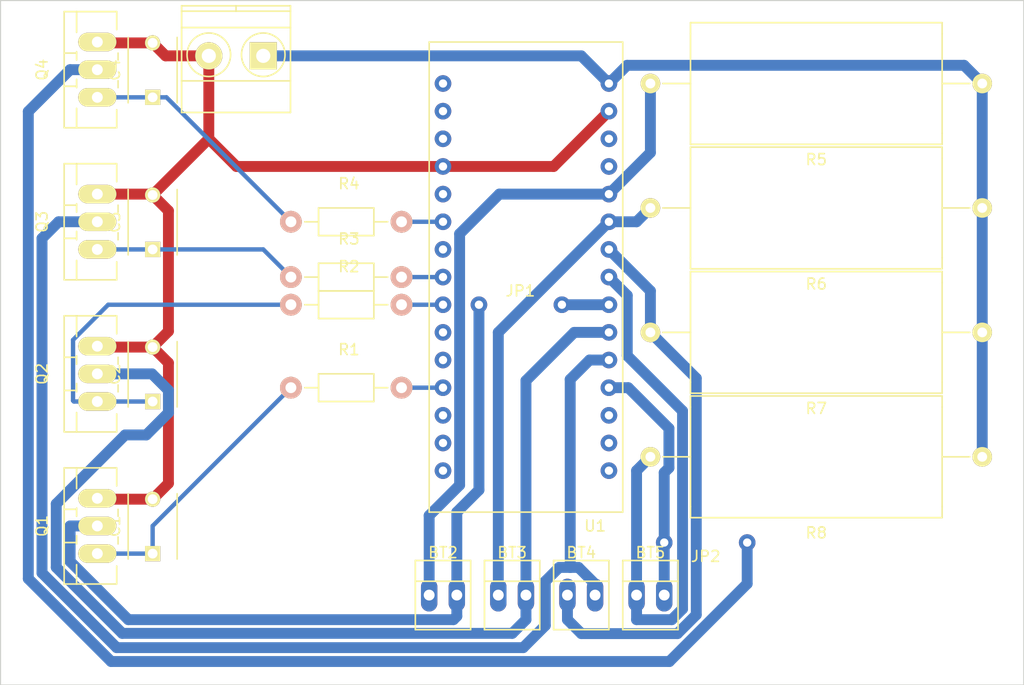
<source format=kicad_pcb>
(kicad_pcb (version 20171130) (host pcbnew "(5.1.12)-1")

  (general
    (thickness 1.6)
    (drawings 4)
    (tracks 131)
    (zones 0)
    (modules 24)
    (nets 21)
  )

  (page A4)
  (layers
    (0 F.Cu signal)
    (31 B.Cu signal)
    (32 B.Adhes user hide)
    (33 F.Adhes user hide)
    (34 B.Paste user hide)
    (35 F.Paste user hide)
    (36 B.SilkS user hide)
    (37 F.SilkS user hide)
    (38 B.Mask user hide)
    (39 F.Mask user hide)
    (40 Dwgs.User user hide)
    (41 Cmts.User user hide)
    (42 Eco1.User user hide)
    (43 Eco2.User user hide)
    (44 Edge.Cuts user)
    (45 Margin user hide)
    (46 B.CrtYd user hide)
    (47 F.CrtYd user hide)
    (48 B.Fab user hide)
    (49 F.Fab user hide)
  )

  (setup
    (last_trace_width 0.4)
    (trace_clearance 0.15)
    (zone_clearance 0.5)
    (zone_45_only no)
    (trace_min 0.4)
    (via_size 0.6)
    (via_drill 0.4)
    (via_min_size 0.4)
    (via_min_drill 0.3)
    (uvia_size 0.3)
    (uvia_drill 0.1)
    (uvias_allowed no)
    (uvia_min_size 0.2)
    (uvia_min_drill 0.1)
    (edge_width 0.1)
    (segment_width 0.2)
    (pcb_text_width 0.3)
    (pcb_text_size 1.5 1.5)
    (mod_edge_width 0.15)
    (mod_text_size 1 1)
    (mod_text_width 0.15)
    (pad_size 1.5 1.5)
    (pad_drill 0.6)
    (pad_to_mask_clearance 0)
    (aux_axis_origin 0 0)
    (visible_elements 7FFFFFFF)
    (pcbplotparams
      (layerselection 0x00030_80000001)
      (usegerberextensions false)
      (usegerberattributes true)
      (usegerberadvancedattributes true)
      (creategerberjobfile true)
      (excludeedgelayer true)
      (linewidth 0.100000)
      (plotframeref false)
      (viasonmask false)
      (mode 1)
      (useauxorigin false)
      (hpglpennumber 1)
      (hpglpenspeed 20)
      (hpglpendiameter 15.000000)
      (psnegative false)
      (psa4output false)
      (plotreference true)
      (plotvalue true)
      (plotinvisibletext false)
      (padsonsilk false)
      (subtractmaskfromsilk false)
      (outputformat 1)
      (mirror false)
      (drillshape 1)
      (scaleselection 1)
      (outputdirectory ""))
  )

  (net 0 "")
  (net 1 /GND)
  (net 2 "Net-(BT2-Pad1)")
  (net 3 "Net-(BT2-Pad2)")
  (net 4 "Net-(BT3-Pad1)")
  (net 5 "Net-(BT3-Pad2)")
  (net 6 "Net-(BT4-Pad1)")
  (net 7 "Net-(BT4-Pad2)")
  (net 8 "Net-(BT5-Pad1)")
  (net 9 "Net-(BT5-Pad2)")
  (net 10 "Net-(C1-Pad1)")
  (net 11 "Net-(C2-Pad1)")
  (net 12 "Net-(C3-Pad1)")
  (net 13 "Net-(C4-Pad1)")
  (net 14 "Net-(R1-Pad2)")
  (net 15 "Net-(R2-Pad2)")
  (net 16 "Net-(R3-Pad2)")
  (net 17 "Net-(R4-Pad2)")
  (net 18 /VIN)
  (net 19 "Net-(JP1-Pad1)")
  (net 20 "Net-(JP2-Pad2)")

  (net_class Default "This is the default net class."
    (clearance 0.15)
    (trace_width 0.4)
    (via_dia 0.6)
    (via_drill 0.4)
    (uvia_dia 0.3)
    (uvia_drill 0.1)
    (add_net "Net-(C1-Pad1)")
    (add_net "Net-(C2-Pad1)")
    (add_net "Net-(C3-Pad1)")
    (add_net "Net-(C4-Pad1)")
    (add_net "Net-(R1-Pad2)")
    (add_net "Net-(R2-Pad2)")
    (add_net "Net-(R3-Pad2)")
    (add_net "Net-(R4-Pad2)")
  )

  (net_class Power ""
    (clearance 0.25)
    (trace_width 1)
    (via_dia 0.6)
    (via_drill 0.4)
    (uvia_dia 0.3)
    (uvia_drill 0.1)
    (add_net /GND)
    (add_net /VIN)
    (add_net "Net-(BT2-Pad1)")
    (add_net "Net-(BT2-Pad2)")
    (add_net "Net-(BT3-Pad1)")
    (add_net "Net-(BT3-Pad2)")
    (add_net "Net-(BT4-Pad1)")
    (add_net "Net-(BT4-Pad2)")
    (add_net "Net-(BT5-Pad1)")
    (add_net "Net-(BT5-Pad2)")
    (add_net "Net-(JP1-Pad1)")
    (add_net "Net-(JP2-Pad2)")
  )

  (module Custom:Arduino_NANO (layer F.Cu) (tedit 57FCA286) (tstamp 57FCBC00)
    (at 140.97 120.65 90)
    (path /57FCAF88)
    (fp_text reference U1 (at -5.08 -1.27 180) (layer F.SilkS)
      (effects (font (size 1 1) (thickness 0.15)))
    )
    (fp_text value Arduino_NANO (at 40.64 -7.62 180) (layer F.Fab)
      (effects (font (size 1 1) (thickness 0.15)))
    )
    (fp_line (start -3.81 1.27) (end 39.37 1.27) (layer F.SilkS) (width 0.15))
    (fp_line (start -3.81 -16.51) (end -3.81 1.27) (layer F.SilkS) (width 0.15))
    (fp_line (start 39.37 -16.51) (end -3.81 -16.51) (layer F.SilkS) (width 0.15))
    (fp_line (start 39.37 1.27) (end 39.37 -16.51) (layer F.SilkS) (width 0.15))
    (pad 1 thru_hole circle (at 0 0 90) (size 1.524 1.524) (drill 0.762) (layers *.Cu *.Mask))
    (pad 2 thru_hole circle (at 2.54 0 90) (size 1.524 1.524) (drill 0.762) (layers *.Cu *.Mask))
    (pad 3 thru_hole circle (at 5.08 0 90) (size 1.524 1.524) (drill 0.762) (layers *.Cu *.Mask))
    (pad 4 thru_hole circle (at 7.62 0 90) (size 1.524 1.524) (drill 0.762) (layers *.Cu *.Mask)
      (net 9 "Net-(BT5-Pad2)"))
    (pad 5 thru_hole circle (at 10.16 0 90) (size 1.524 1.524) (drill 0.762) (layers *.Cu *.Mask)
      (net 7 "Net-(BT4-Pad2)"))
    (pad 6 thru_hole circle (at 12.7 0 90) (size 1.524 1.524) (drill 0.762) (layers *.Cu *.Mask)
      (net 5 "Net-(BT3-Pad2)"))
    (pad 7 thru_hole circle (at 15.24 0 90) (size 1.524 1.524) (drill 0.762) (layers *.Cu *.Mask)
      (net 19 "Net-(JP1-Pad1)"))
    (pad 8 thru_hole circle (at 17.78 0 90) (size 1.524 1.524) (drill 0.762) (layers *.Cu *.Mask)
      (net 8 "Net-(BT5-Pad1)"))
    (pad 9 thru_hole circle (at 20.32 0 90) (size 1.524 1.524) (drill 0.762) (layers *.Cu *.Mask)
      (net 6 "Net-(BT4-Pad1)"))
    (pad 10 thru_hole circle (at 22.86 0 90) (size 1.524 1.524) (drill 0.762) (layers *.Cu *.Mask)
      (net 4 "Net-(BT3-Pad1)"))
    (pad 11 thru_hole circle (at 25.4 0 90) (size 1.524 1.524) (drill 0.762) (layers *.Cu *.Mask)
      (net 2 "Net-(BT2-Pad1)"))
    (pad 12 thru_hole circle (at 27.94 0 90) (size 1.524 1.524) (drill 0.762) (layers *.Cu *.Mask))
    (pad 13 thru_hole circle (at 30.48 0 90) (size 1.524 1.524) (drill 0.762) (layers *.Cu *.Mask))
    (pad 14 thru_hole circle (at 33.02 0 90) (size 1.524 1.524) (drill 0.762) (layers *.Cu *.Mask)
      (net 1 /GND))
    (pad 15 thru_hole circle (at 35.56 0 90) (size 1.524 1.524) (drill 0.762) (layers *.Cu *.Mask)
      (net 18 /VIN))
    (pad 16 thru_hole circle (at 35.56 -15.24 90) (size 1.524 1.524) (drill 0.762) (layers *.Cu *.Mask))
    (pad 17 thru_hole circle (at 33.02 -15.24 90) (size 1.524 1.524) (drill 0.762) (layers *.Cu *.Mask))
    (pad 18 thru_hole circle (at 30.48 -15.24 90) (size 1.524 1.524) (drill 0.762) (layers *.Cu *.Mask))
    (pad 19 thru_hole circle (at 27.94 -15.24 90) (size 1.524 1.524) (drill 0.762) (layers *.Cu *.Mask)
      (net 1 /GND))
    (pad 20 thru_hole circle (at 25.4 -15.24 90) (size 1.524 1.524) (drill 0.762) (layers *.Cu *.Mask))
    (pad 21 thru_hole circle (at 22.86 -15.24 90) (size 1.524 1.524) (drill 0.762) (layers *.Cu *.Mask)
      (net 17 "Net-(R4-Pad2)"))
    (pad 22 thru_hole circle (at 20.32 -15.24 90) (size 1.524 1.524) (drill 0.762) (layers *.Cu *.Mask))
    (pad 23 thru_hole circle (at 17.78 -15.24 90) (size 1.524 1.524) (drill 0.762) (layers *.Cu *.Mask)
      (net 16 "Net-(R3-Pad2)"))
    (pad 24 thru_hole circle (at 15.24 -15.24 90) (size 1.524 1.524) (drill 0.762) (layers *.Cu *.Mask)
      (net 15 "Net-(R2-Pad2)"))
    (pad 25 thru_hole circle (at 12.7 -15.24 90) (size 1.524 1.524) (drill 0.762) (layers *.Cu *.Mask))
    (pad 26 thru_hole circle (at 10.16 -15.24 90) (size 1.524 1.524) (drill 0.762) (layers *.Cu *.Mask))
    (pad 27 thru_hole circle (at 7.62 -15.24 90) (size 1.524 1.524) (drill 0.762) (layers *.Cu *.Mask)
      (net 14 "Net-(R1-Pad2)"))
    (pad 28 thru_hole circle (at 5.08 -15.24 90) (size 1.524 1.524) (drill 0.762) (layers *.Cu *.Mask))
    (pad 29 thru_hole circle (at 2.54 -15.24 90) (size 1.524 1.524) (drill 0.762) (layers *.Cu *.Mask))
    (pad 30 thru_hole circle (at 0 -15.24 90) (size 1.524 1.524) (drill 0.762) (layers *.Cu *.Mask))
    (model Socket_Strips.3dshapes/Socket_Strip_Straight_1x15.wrl
      (offset (xyz 17.77999973297119 0 0))
      (scale (xyz 1 1 1))
      (rotate (xyz 0 0 0))
    )
    (model Socket_Strips.3dshapes/Socket_Strip_Straight_1x15.wrl
      (offset (xyz 17.77999973297119 15.23999977111816 0))
      (scale (xyz 1 1 1))
      (rotate (xyz 0 0 0))
    )
  )

  (module Connect:PINHEAD1-2 (layer F.Cu) (tedit 0) (tstamp 57FCBB76)
    (at 144.78 132.08)
    (path /57EBB8C5)
    (attr virtual)
    (fp_text reference BT5 (at 0 -3.9) (layer F.SilkS)
      (effects (font (size 1 1) (thickness 0.15)))
    )
    (fp_text value Battery (at 0 3.81) (layer F.Fab)
      (effects (font (size 1 1) (thickness 0.15)))
    )
    (fp_line (start 2.54 -3.175) (end 2.54 3.175) (layer F.SilkS) (width 0.15))
    (fp_line (start -2.54 -3.175) (end -2.54 3.175) (layer F.SilkS) (width 0.15))
    (fp_line (start -2.54 -3.175) (end 2.54 -3.175) (layer F.SilkS) (width 0.15))
    (fp_line (start 2.54 3.175) (end -2.54 3.175) (layer F.SilkS) (width 0.15))
    (fp_line (start 2.54 -1.27) (end -2.54 -1.27) (layer F.SilkS) (width 0.15))
    (pad 1 thru_hole oval (at -1.27 0) (size 1.50622 3.01498) (drill 0.99822) (layers *.Cu *.Mask)
      (net 8 "Net-(BT5-Pad1)"))
    (pad 2 thru_hole oval (at 1.27 0) (size 1.50622 3.01498) (drill 0.99822) (layers *.Cu *.Mask)
      (net 9 "Net-(BT5-Pad2)"))
  )

  (module Terminal_Blocks:TerminalBlock_Pheonix_MKDS1.5-2pol (layer F.Cu) (tedit 7FFFFFFF) (tstamp 57FCBB5E)
    (at 109.22 82.55 180)
    (descr "2-way 5mm pitch terminal block, Phoenix MKDS series")
    (path /57EBB7A9)
    (fp_text reference BT1 (at 2.5 5.9 180) (layer F.SilkS)
      (effects (font (size 1 1) (thickness 0.15)))
    )
    (fp_text value Battery (at 2.5 -6.6 180) (layer F.Fab)
      (effects (font (size 1 1) (thickness 0.15)))
    )
    (fp_circle (center 0 0.1) (end 2 0.1) (layer F.SilkS) (width 0.15))
    (fp_circle (center 5 0.1) (end 3 0.1) (layer F.SilkS) (width 0.15))
    (fp_line (start -2.5 -5.2) (end -2.5 4.6) (layer F.SilkS) (width 0.15))
    (fp_line (start 7.5 -5.2) (end -2.5 -5.2) (layer F.SilkS) (width 0.15))
    (fp_line (start 7.5 4.6) (end 7.5 -5.2) (layer F.SilkS) (width 0.15))
    (fp_line (start -2.5 4.6) (end 7.5 4.6) (layer F.SilkS) (width 0.15))
    (fp_line (start -2.5 4.1) (end 7.5 4.1) (layer F.SilkS) (width 0.15))
    (fp_line (start -2.5 -2.3) (end 7.5 -2.3) (layer F.SilkS) (width 0.15))
    (fp_line (start -2.5 2.6) (end 7.5 2.6) (layer F.SilkS) (width 0.15))
    (fp_line (start 2.5 4.1) (end 2.5 4.6) (layer F.SilkS) (width 0.15))
    (fp_line (start 7.7 -5.4) (end 7.7 4.8) (layer F.CrtYd) (width 0.05))
    (fp_line (start 7.7 4.8) (end -2.7 4.8) (layer F.CrtYd) (width 0.05))
    (fp_line (start -2.7 4.8) (end -2.7 -5.4) (layer F.CrtYd) (width 0.05))
    (fp_line (start -2.7 -5.4) (end 7.7 -5.4) (layer F.CrtYd) (width 0.05))
    (pad 1 thru_hole rect (at 0 0 180) (size 2.5 2.5) (drill 1.3) (layers *.Cu *.Mask F.SilkS)
      (net 18 /VIN))
    (pad 2 thru_hole circle (at 5 0 180) (size 2.5 2.5) (drill 1.3) (layers *.Cu *.Mask F.SilkS)
      (net 1 /GND))
    (model Terminal_Blocks.3dshapes/TerminalBlock_Pheonix_MKDS1.5-2pol.wrl
      (offset (xyz 2.499359962463379 0 0))
      (scale (xyz 1 1 1))
      (rotate (xyz 0 0 0))
    )
  )

  (module Connect:PINHEAD1-2 (layer F.Cu) (tedit 0) (tstamp 57FCBB64)
    (at 125.73 132.08)
    (path /57EBB82C)
    (attr virtual)
    (fp_text reference BT2 (at 0 -3.9) (layer F.SilkS)
      (effects (font (size 1 1) (thickness 0.15)))
    )
    (fp_text value Battery (at 0 3.81) (layer F.Fab)
      (effects (font (size 1 1) (thickness 0.15)))
    )
    (fp_line (start 2.54 -3.175) (end 2.54 3.175) (layer F.SilkS) (width 0.15))
    (fp_line (start -2.54 -3.175) (end -2.54 3.175) (layer F.SilkS) (width 0.15))
    (fp_line (start -2.54 -3.175) (end 2.54 -3.175) (layer F.SilkS) (width 0.15))
    (fp_line (start 2.54 3.175) (end -2.54 3.175) (layer F.SilkS) (width 0.15))
    (fp_line (start 2.54 -1.27) (end -2.54 -1.27) (layer F.SilkS) (width 0.15))
    (pad 1 thru_hole oval (at -1.27 0) (size 1.50622 3.01498) (drill 0.99822) (layers *.Cu *.Mask)
      (net 2 "Net-(BT2-Pad1)"))
    (pad 2 thru_hole oval (at 1.27 0) (size 1.50622 3.01498) (drill 0.99822) (layers *.Cu *.Mask)
      (net 3 "Net-(BT2-Pad2)"))
  )

  (module Connect:PINHEAD1-2 (layer F.Cu) (tedit 0) (tstamp 57FCBB6A)
    (at 132.08 132.08)
    (path /57EBB857)
    (attr virtual)
    (fp_text reference BT3 (at 0 -3.9) (layer F.SilkS)
      (effects (font (size 1 1) (thickness 0.15)))
    )
    (fp_text value Battery (at 0 3.81) (layer F.Fab)
      (effects (font (size 1 1) (thickness 0.15)))
    )
    (fp_line (start 2.54 -3.175) (end 2.54 3.175) (layer F.SilkS) (width 0.15))
    (fp_line (start -2.54 -3.175) (end -2.54 3.175) (layer F.SilkS) (width 0.15))
    (fp_line (start -2.54 -3.175) (end 2.54 -3.175) (layer F.SilkS) (width 0.15))
    (fp_line (start 2.54 3.175) (end -2.54 3.175) (layer F.SilkS) (width 0.15))
    (fp_line (start 2.54 -1.27) (end -2.54 -1.27) (layer F.SilkS) (width 0.15))
    (pad 1 thru_hole oval (at -1.27 0) (size 1.50622 3.01498) (drill 0.99822) (layers *.Cu *.Mask)
      (net 4 "Net-(BT3-Pad1)"))
    (pad 2 thru_hole oval (at 1.27 0) (size 1.50622 3.01498) (drill 0.99822) (layers *.Cu *.Mask)
      (net 5 "Net-(BT3-Pad2)"))
  )

  (module Connect:PINHEAD1-2 (layer F.Cu) (tedit 0) (tstamp 57FCBB70)
    (at 138.43 132.08)
    (path /57EBB886)
    (attr virtual)
    (fp_text reference BT4 (at 0 -3.9) (layer F.SilkS)
      (effects (font (size 1 1) (thickness 0.15)))
    )
    (fp_text value Battery (at 0 3.81) (layer F.Fab)
      (effects (font (size 1 1) (thickness 0.15)))
    )
    (fp_line (start 2.54 -3.175) (end 2.54 3.175) (layer F.SilkS) (width 0.15))
    (fp_line (start -2.54 -3.175) (end -2.54 3.175) (layer F.SilkS) (width 0.15))
    (fp_line (start -2.54 -3.175) (end 2.54 -3.175) (layer F.SilkS) (width 0.15))
    (fp_line (start 2.54 3.175) (end -2.54 3.175) (layer F.SilkS) (width 0.15))
    (fp_line (start 2.54 -1.27) (end -2.54 -1.27) (layer F.SilkS) (width 0.15))
    (pad 1 thru_hole oval (at -1.27 0) (size 1.50622 3.01498) (drill 0.99822) (layers *.Cu *.Mask)
      (net 6 "Net-(BT4-Pad1)"))
    (pad 2 thru_hole oval (at 1.27 0) (size 1.50622 3.01498) (drill 0.99822) (layers *.Cu *.Mask)
      (net 7 "Net-(BT4-Pad2)"))
  )

  (module Capacitors_ThroughHole:C_Disc_D6_P5 (layer F.Cu) (tedit 0) (tstamp 57FCBB7C)
    (at 99.06 128.27 90)
    (descr "Capacitor 6mm Disc, Pitch 5mm")
    (tags Capacitor)
    (path /57EBC797)
    (fp_text reference C1 (at 2.5 -3.5 90) (layer F.SilkS)
      (effects (font (size 1 1) (thickness 0.15)))
    )
    (fp_text value 1uF (at 2.5 3.5 90) (layer F.Fab)
      (effects (font (size 1 1) (thickness 0.15)))
    )
    (fp_line (start 5.5 2.25) (end -0.5 2.25) (layer F.SilkS) (width 0.15))
    (fp_line (start -0.5 -2.25) (end 5.5 -2.25) (layer F.SilkS) (width 0.15))
    (fp_line (start -0.95 2.5) (end -0.95 -2.5) (layer F.CrtYd) (width 0.05))
    (fp_line (start 5.95 2.5) (end -0.95 2.5) (layer F.CrtYd) (width 0.05))
    (fp_line (start 5.95 -2.5) (end 5.95 2.5) (layer F.CrtYd) (width 0.05))
    (fp_line (start -0.95 -2.5) (end 5.95 -2.5) (layer F.CrtYd) (width 0.05))
    (pad 1 thru_hole rect (at 0 0 90) (size 1.4 1.4) (drill 0.9) (layers *.Cu *.Mask F.SilkS)
      (net 10 "Net-(C1-Pad1)"))
    (pad 2 thru_hole circle (at 5 0 90) (size 1.4 1.4) (drill 0.9) (layers *.Cu *.Mask F.SilkS)
      (net 1 /GND))
    (model Capacitors_ThroughHole.3dshapes/C_Disc_D6_P5.wrl
      (offset (xyz 2.500000042453766 0 0))
      (scale (xyz 1 1 1))
      (rotate (xyz 0 0 0))
    )
  )

  (module Capacitors_ThroughHole:C_Disc_D6_P5 (layer F.Cu) (tedit 0) (tstamp 57FCBB82)
    (at 99.06 114.3 90)
    (descr "Capacitor 6mm Disc, Pitch 5mm")
    (tags Capacitor)
    (path /57EBC75E)
    (fp_text reference C2 (at 2.5 -3.5 90) (layer F.SilkS)
      (effects (font (size 1 1) (thickness 0.15)))
    )
    (fp_text value 1uF (at 2.5 3.5 90) (layer F.Fab)
      (effects (font (size 1 1) (thickness 0.15)))
    )
    (fp_line (start 5.5 2.25) (end -0.5 2.25) (layer F.SilkS) (width 0.15))
    (fp_line (start -0.5 -2.25) (end 5.5 -2.25) (layer F.SilkS) (width 0.15))
    (fp_line (start -0.95 2.5) (end -0.95 -2.5) (layer F.CrtYd) (width 0.05))
    (fp_line (start 5.95 2.5) (end -0.95 2.5) (layer F.CrtYd) (width 0.05))
    (fp_line (start 5.95 -2.5) (end 5.95 2.5) (layer F.CrtYd) (width 0.05))
    (fp_line (start -0.95 -2.5) (end 5.95 -2.5) (layer F.CrtYd) (width 0.05))
    (pad 1 thru_hole rect (at 0 0 90) (size 1.4 1.4) (drill 0.9) (layers *.Cu *.Mask F.SilkS)
      (net 11 "Net-(C2-Pad1)"))
    (pad 2 thru_hole circle (at 5 0 90) (size 1.4 1.4) (drill 0.9) (layers *.Cu *.Mask F.SilkS)
      (net 1 /GND))
    (model Capacitors_ThroughHole.3dshapes/C_Disc_D6_P5.wrl
      (offset (xyz 2.500000042453766 0 0))
      (scale (xyz 1 1 1))
      (rotate (xyz 0 0 0))
    )
  )

  (module Capacitors_ThroughHole:C_Disc_D6_P5 (layer F.Cu) (tedit 0) (tstamp 57FCBB88)
    (at 99.06 100.33 90)
    (descr "Capacitor 6mm Disc, Pitch 5mm")
    (tags Capacitor)
    (path /57EBC6FD)
    (fp_text reference C3 (at 2.5 -3.5 90) (layer F.SilkS)
      (effects (font (size 1 1) (thickness 0.15)))
    )
    (fp_text value 1uF (at 2.5 3.5 90) (layer F.Fab)
      (effects (font (size 1 1) (thickness 0.15)))
    )
    (fp_line (start 5.5 2.25) (end -0.5 2.25) (layer F.SilkS) (width 0.15))
    (fp_line (start -0.5 -2.25) (end 5.5 -2.25) (layer F.SilkS) (width 0.15))
    (fp_line (start -0.95 2.5) (end -0.95 -2.5) (layer F.CrtYd) (width 0.05))
    (fp_line (start 5.95 2.5) (end -0.95 2.5) (layer F.CrtYd) (width 0.05))
    (fp_line (start 5.95 -2.5) (end 5.95 2.5) (layer F.CrtYd) (width 0.05))
    (fp_line (start -0.95 -2.5) (end 5.95 -2.5) (layer F.CrtYd) (width 0.05))
    (pad 1 thru_hole rect (at 0 0 90) (size 1.4 1.4) (drill 0.9) (layers *.Cu *.Mask F.SilkS)
      (net 12 "Net-(C3-Pad1)"))
    (pad 2 thru_hole circle (at 5 0 90) (size 1.4 1.4) (drill 0.9) (layers *.Cu *.Mask F.SilkS)
      (net 1 /GND))
    (model Capacitors_ThroughHole.3dshapes/C_Disc_D6_P5.wrl
      (offset (xyz 2.500000042453766 0 0))
      (scale (xyz 1 1 1))
      (rotate (xyz 0 0 0))
    )
  )

  (module Capacitors_ThroughHole:C_Disc_D6_P5 (layer F.Cu) (tedit 0) (tstamp 57FCBB8E)
    (at 99.06 86.36 90)
    (descr "Capacitor 6mm Disc, Pitch 5mm")
    (tags Capacitor)
    (path /57EBC6AE)
    (fp_text reference C4 (at 2.5 -3.5 90) (layer F.SilkS)
      (effects (font (size 1 1) (thickness 0.15)))
    )
    (fp_text value 1uF (at 2.5 3.5 90) (layer F.Fab)
      (effects (font (size 1 1) (thickness 0.15)))
    )
    (fp_line (start 5.5 2.25) (end -0.5 2.25) (layer F.SilkS) (width 0.15))
    (fp_line (start -0.5 -2.25) (end 5.5 -2.25) (layer F.SilkS) (width 0.15))
    (fp_line (start -0.95 2.5) (end -0.95 -2.5) (layer F.CrtYd) (width 0.05))
    (fp_line (start 5.95 2.5) (end -0.95 2.5) (layer F.CrtYd) (width 0.05))
    (fp_line (start 5.95 -2.5) (end 5.95 2.5) (layer F.CrtYd) (width 0.05))
    (fp_line (start -0.95 -2.5) (end 5.95 -2.5) (layer F.CrtYd) (width 0.05))
    (pad 1 thru_hole rect (at 0 0 90) (size 1.4 1.4) (drill 0.9) (layers *.Cu *.Mask F.SilkS)
      (net 13 "Net-(C4-Pad1)"))
    (pad 2 thru_hole circle (at 5 0 90) (size 1.4 1.4) (drill 0.9) (layers *.Cu *.Mask F.SilkS)
      (net 1 /GND))
    (model Capacitors_ThroughHole.3dshapes/C_Disc_D6_P5.wrl
      (offset (xyz 2.500000042453766 0 0))
      (scale (xyz 1 1 1))
      (rotate (xyz 0 0 0))
    )
  )

  (module TO_SOT_Packages_THT:TO-220_Neutral123_Vertical_LargePads (layer F.Cu) (tedit 0) (tstamp 57FCBB95)
    (at 93.98 125.73 90)
    (descr "TO-220, Neutral, Vertical, Large Pads,")
    (tags "TO-220, Neutral, Vertical, Large Pads,")
    (path /57EBBA30)
    (fp_text reference Q1 (at 0 -5.08 90) (layer F.SilkS)
      (effects (font (size 1 1) (thickness 0.15)))
    )
    (fp_text value IRF510 (at 0 3.81 90) (layer F.Fab)
      (effects (font (size 1 1) (thickness 0.15)))
    )
    (fp_line (start 0 -3.048) (end 5.334 -3.048) (layer F.SilkS) (width 0.15))
    (fp_line (start 0 -3.048) (end -5.334 -3.048) (layer F.SilkS) (width 0.15))
    (fp_line (start -5.334 -1.905) (end -5.334 -3.048) (layer F.SilkS) (width 0.15))
    (fp_line (start 5.334 -3.048) (end 5.334 -1.905) (layer F.SilkS) (width 0.15))
    (fp_line (start -5.334 1.778) (end -5.334 -1.905) (layer F.SilkS) (width 0.15))
    (fp_line (start 5.334 -1.905) (end 5.334 1.778) (layer F.SilkS) (width 0.15))
    (fp_line (start 1.524 -3.048) (end 1.524 -1.905) (layer F.SilkS) (width 0.15))
    (fp_line (start -1.524 -3.048) (end -1.524 -1.905) (layer F.SilkS) (width 0.15))
    (fp_line (start 5.334 1.778) (end 3.683 1.778) (layer F.SilkS) (width 0.15))
    (fp_line (start 1.524 1.905) (end 0.889 1.905) (layer F.SilkS) (width 0.15))
    (fp_line (start -1.016 1.905) (end -1.651 1.905) (layer F.SilkS) (width 0.15))
    (fp_line (start -5.334 1.778) (end -3.683 1.778) (layer F.SilkS) (width 0.15))
    (fp_line (start -5.334 -1.905) (end -3.556 -1.905) (layer F.SilkS) (width 0.15))
    (fp_line (start -1.524 -1.905) (end -0.889 -1.905) (layer F.SilkS) (width 0.15))
    (fp_line (start -1.524 -1.905) (end -1.651 -1.905) (layer F.SilkS) (width 0.15))
    (fp_line (start 0.889 -1.905) (end 1.651 -1.905) (layer F.SilkS) (width 0.15))
    (fp_line (start 5.334 -1.905) (end 3.429 -1.905) (layer F.SilkS) (width 0.15))
    (pad 2 thru_hole oval (at 0 0 180) (size 3.50012 1.69926) (drill 1.00076) (layers *.Cu *.Mask F.SilkS)
      (net 3 "Net-(BT2-Pad2)"))
    (pad 1 thru_hole oval (at -2.54 0 180) (size 3.50012 1.69926) (drill 1.00076) (layers *.Cu *.Mask F.SilkS)
      (net 10 "Net-(C1-Pad1)"))
    (pad 3 thru_hole oval (at 2.54 0 180) (size 3.50012 1.69926) (drill 1.00076) (layers *.Cu *.Mask F.SilkS)
      (net 1 /GND))
    (model TO_SOT_Packages_THT.3dshapes/TO-220_Neutral123_Vertical_LargePads.wrl
      (at (xyz 0 0 0))
      (scale (xyz 0.3937 0.3937 0.3937))
      (rotate (xyz 0 0 0))
    )
  )

  (module TO_SOT_Packages_THT:TO-220_Neutral123_Vertical_LargePads (layer F.Cu) (tedit 0) (tstamp 57FCBB9C)
    (at 93.98 111.76 90)
    (descr "TO-220, Neutral, Vertical, Large Pads,")
    (tags "TO-220, Neutral, Vertical, Large Pads,")
    (path /57EBBA9B)
    (fp_text reference Q2 (at 0 -5.08 90) (layer F.SilkS)
      (effects (font (size 1 1) (thickness 0.15)))
    )
    (fp_text value IRF510 (at 0 3.81 90) (layer F.Fab)
      (effects (font (size 1 1) (thickness 0.15)))
    )
    (fp_line (start 0 -3.048) (end 5.334 -3.048) (layer F.SilkS) (width 0.15))
    (fp_line (start 0 -3.048) (end -5.334 -3.048) (layer F.SilkS) (width 0.15))
    (fp_line (start -5.334 -1.905) (end -5.334 -3.048) (layer F.SilkS) (width 0.15))
    (fp_line (start 5.334 -3.048) (end 5.334 -1.905) (layer F.SilkS) (width 0.15))
    (fp_line (start -5.334 1.778) (end -5.334 -1.905) (layer F.SilkS) (width 0.15))
    (fp_line (start 5.334 -1.905) (end 5.334 1.778) (layer F.SilkS) (width 0.15))
    (fp_line (start 1.524 -3.048) (end 1.524 -1.905) (layer F.SilkS) (width 0.15))
    (fp_line (start -1.524 -3.048) (end -1.524 -1.905) (layer F.SilkS) (width 0.15))
    (fp_line (start 5.334 1.778) (end 3.683 1.778) (layer F.SilkS) (width 0.15))
    (fp_line (start 1.524 1.905) (end 0.889 1.905) (layer F.SilkS) (width 0.15))
    (fp_line (start -1.016 1.905) (end -1.651 1.905) (layer F.SilkS) (width 0.15))
    (fp_line (start -5.334 1.778) (end -3.683 1.778) (layer F.SilkS) (width 0.15))
    (fp_line (start -5.334 -1.905) (end -3.556 -1.905) (layer F.SilkS) (width 0.15))
    (fp_line (start -1.524 -1.905) (end -0.889 -1.905) (layer F.SilkS) (width 0.15))
    (fp_line (start -1.524 -1.905) (end -1.651 -1.905) (layer F.SilkS) (width 0.15))
    (fp_line (start 0.889 -1.905) (end 1.651 -1.905) (layer F.SilkS) (width 0.15))
    (fp_line (start 5.334 -1.905) (end 3.429 -1.905) (layer F.SilkS) (width 0.15))
    (pad 2 thru_hole oval (at 0 0 180) (size 3.50012 1.69926) (drill 1.00076) (layers *.Cu *.Mask F.SilkS)
      (net 5 "Net-(BT3-Pad2)"))
    (pad 1 thru_hole oval (at -2.54 0 180) (size 3.50012 1.69926) (drill 1.00076) (layers *.Cu *.Mask F.SilkS)
      (net 11 "Net-(C2-Pad1)"))
    (pad 3 thru_hole oval (at 2.54 0 180) (size 3.50012 1.69926) (drill 1.00076) (layers *.Cu *.Mask F.SilkS)
      (net 1 /GND))
    (model TO_SOT_Packages_THT.3dshapes/TO-220_Neutral123_Vertical_LargePads.wrl
      (at (xyz 0 0 0))
      (scale (xyz 0.3937 0.3937 0.3937))
      (rotate (xyz 0 0 0))
    )
  )

  (module TO_SOT_Packages_THT:TO-220_Neutral123_Vertical_LargePads (layer F.Cu) (tedit 0) (tstamp 57FCBBA3)
    (at 93.98 97.79 90)
    (descr "TO-220, Neutral, Vertical, Large Pads,")
    (tags "TO-220, Neutral, Vertical, Large Pads,")
    (path /57EBBC15)
    (fp_text reference Q3 (at 0 -5.08 90) (layer F.SilkS)
      (effects (font (size 1 1) (thickness 0.15)))
    )
    (fp_text value IRF510 (at 0 3.81 90) (layer F.Fab)
      (effects (font (size 1 1) (thickness 0.15)))
    )
    (fp_line (start 0 -3.048) (end 5.334 -3.048) (layer F.SilkS) (width 0.15))
    (fp_line (start 0 -3.048) (end -5.334 -3.048) (layer F.SilkS) (width 0.15))
    (fp_line (start -5.334 -1.905) (end -5.334 -3.048) (layer F.SilkS) (width 0.15))
    (fp_line (start 5.334 -3.048) (end 5.334 -1.905) (layer F.SilkS) (width 0.15))
    (fp_line (start -5.334 1.778) (end -5.334 -1.905) (layer F.SilkS) (width 0.15))
    (fp_line (start 5.334 -1.905) (end 5.334 1.778) (layer F.SilkS) (width 0.15))
    (fp_line (start 1.524 -3.048) (end 1.524 -1.905) (layer F.SilkS) (width 0.15))
    (fp_line (start -1.524 -3.048) (end -1.524 -1.905) (layer F.SilkS) (width 0.15))
    (fp_line (start 5.334 1.778) (end 3.683 1.778) (layer F.SilkS) (width 0.15))
    (fp_line (start 1.524 1.905) (end 0.889 1.905) (layer F.SilkS) (width 0.15))
    (fp_line (start -1.016 1.905) (end -1.651 1.905) (layer F.SilkS) (width 0.15))
    (fp_line (start -5.334 1.778) (end -3.683 1.778) (layer F.SilkS) (width 0.15))
    (fp_line (start -5.334 -1.905) (end -3.556 -1.905) (layer F.SilkS) (width 0.15))
    (fp_line (start -1.524 -1.905) (end -0.889 -1.905) (layer F.SilkS) (width 0.15))
    (fp_line (start -1.524 -1.905) (end -1.651 -1.905) (layer F.SilkS) (width 0.15))
    (fp_line (start 0.889 -1.905) (end 1.651 -1.905) (layer F.SilkS) (width 0.15))
    (fp_line (start 5.334 -1.905) (end 3.429 -1.905) (layer F.SilkS) (width 0.15))
    (pad 2 thru_hole oval (at 0 0 180) (size 3.50012 1.69926) (drill 1.00076) (layers *.Cu *.Mask F.SilkS)
      (net 7 "Net-(BT4-Pad2)"))
    (pad 1 thru_hole oval (at -2.54 0 180) (size 3.50012 1.69926) (drill 1.00076) (layers *.Cu *.Mask F.SilkS)
      (net 12 "Net-(C3-Pad1)"))
    (pad 3 thru_hole oval (at 2.54 0 180) (size 3.50012 1.69926) (drill 1.00076) (layers *.Cu *.Mask F.SilkS)
      (net 1 /GND))
    (model TO_SOT_Packages_THT.3dshapes/TO-220_Neutral123_Vertical_LargePads.wrl
      (at (xyz 0 0 0))
      (scale (xyz 0.3937 0.3937 0.3937))
      (rotate (xyz 0 0 0))
    )
  )

  (module TO_SOT_Packages_THT:TO-220_Neutral123_Vertical_LargePads (layer F.Cu) (tedit 0) (tstamp 57FCBBAA)
    (at 93.98 83.82 90)
    (descr "TO-220, Neutral, Vertical, Large Pads,")
    (tags "TO-220, Neutral, Vertical, Large Pads,")
    (path /57EBBC56)
    (fp_text reference Q4 (at 0 -5.08 90) (layer F.SilkS)
      (effects (font (size 1 1) (thickness 0.15)))
    )
    (fp_text value IRF510 (at 0 3.81 90) (layer F.Fab)
      (effects (font (size 1 1) (thickness 0.15)))
    )
    (fp_line (start 0 -3.048) (end 5.334 -3.048) (layer F.SilkS) (width 0.15))
    (fp_line (start 0 -3.048) (end -5.334 -3.048) (layer F.SilkS) (width 0.15))
    (fp_line (start -5.334 -1.905) (end -5.334 -3.048) (layer F.SilkS) (width 0.15))
    (fp_line (start 5.334 -3.048) (end 5.334 -1.905) (layer F.SilkS) (width 0.15))
    (fp_line (start -5.334 1.778) (end -5.334 -1.905) (layer F.SilkS) (width 0.15))
    (fp_line (start 5.334 -1.905) (end 5.334 1.778) (layer F.SilkS) (width 0.15))
    (fp_line (start 1.524 -3.048) (end 1.524 -1.905) (layer F.SilkS) (width 0.15))
    (fp_line (start -1.524 -3.048) (end -1.524 -1.905) (layer F.SilkS) (width 0.15))
    (fp_line (start 5.334 1.778) (end 3.683 1.778) (layer F.SilkS) (width 0.15))
    (fp_line (start 1.524 1.905) (end 0.889 1.905) (layer F.SilkS) (width 0.15))
    (fp_line (start -1.016 1.905) (end -1.651 1.905) (layer F.SilkS) (width 0.15))
    (fp_line (start -5.334 1.778) (end -3.683 1.778) (layer F.SilkS) (width 0.15))
    (fp_line (start -5.334 -1.905) (end -3.556 -1.905) (layer F.SilkS) (width 0.15))
    (fp_line (start -1.524 -1.905) (end -0.889 -1.905) (layer F.SilkS) (width 0.15))
    (fp_line (start -1.524 -1.905) (end -1.651 -1.905) (layer F.SilkS) (width 0.15))
    (fp_line (start 0.889 -1.905) (end 1.651 -1.905) (layer F.SilkS) (width 0.15))
    (fp_line (start 5.334 -1.905) (end 3.429 -1.905) (layer F.SilkS) (width 0.15))
    (pad 2 thru_hole oval (at 0 0 180) (size 3.50012 1.69926) (drill 1.00076) (layers *.Cu *.Mask F.SilkS)
      (net 20 "Net-(JP2-Pad2)"))
    (pad 1 thru_hole oval (at -2.54 0 180) (size 3.50012 1.69926) (drill 1.00076) (layers *.Cu *.Mask F.SilkS)
      (net 13 "Net-(C4-Pad1)"))
    (pad 3 thru_hole oval (at 2.54 0 180) (size 3.50012 1.69926) (drill 1.00076) (layers *.Cu *.Mask F.SilkS)
      (net 1 /GND))
    (model TO_SOT_Packages_THT.3dshapes/TO-220_Neutral123_Vertical_LargePads.wrl
      (at (xyz 0 0 0))
      (scale (xyz 0.3937 0.3937 0.3937))
      (rotate (xyz 0 0 0))
    )
  )

  (module Resistors_ThroughHole:Resistor_Ceramic_Horizontal_L23mm-W9mm-H9mm-p30mm (layer F.Cu) (tedit 53FEE2D6) (tstamp 57FCBBC8)
    (at 160.02 85.09 180)
    (descr "Resistor, Ceramic, Horizontal")
    (tags "Resistor, Ceramic, Horizontal")
    (path /57EBB94C)
    (fp_text reference R5 (at 0 -6.985 180) (layer F.SilkS)
      (effects (font (size 1 1) (thickness 0.15)))
    )
    (fp_text value 10R (at -0.635 7.62 180) (layer F.Fab)
      (effects (font (size 1 1) (thickness 0.15)))
    )
    (fp_line (start 11.557 4.572) (end 11.557 -4.572) (layer F.SilkS) (width 0.15))
    (fp_line (start -11.557 -4.572) (end -11.557 4.572) (layer F.SilkS) (width 0.15))
    (fp_line (start -11.557 0) (end -14.097 0) (layer F.SilkS) (width 0.15))
    (fp_line (start 11.557 0) (end 14.097 0) (layer F.SilkS) (width 0.15))
    (fp_line (start 11.557 -5.588) (end 11.557 -4.572) (layer F.SilkS) (width 0.15))
    (fp_line (start -11.557 -5.588) (end 11.557 -5.588) (layer F.SilkS) (width 0.15))
    (fp_line (start -11.557 -4.572) (end -11.557 -5.588) (layer F.SilkS) (width 0.15))
    (fp_line (start 11.557 5.588) (end 11.557 4.572) (layer F.SilkS) (width 0.15))
    (fp_line (start -11.557 5.588) (end 11.557 5.588) (layer F.SilkS) (width 0.15))
    (fp_line (start -11.557 4.572) (end -11.557 5.588) (layer F.SilkS) (width 0.15))
    (pad 1 thru_hole circle (at -15.24 0) (size 1.8 1.8) (drill 0.9) (layers *.Cu *.Mask F.SilkS)
      (net 18 /VIN))
    (pad 2 thru_hole circle (at 15.24 0) (size 1.8 1.8) (drill 0.9) (layers *.Cu *.Mask F.SilkS)
      (net 2 "Net-(BT2-Pad1)"))
    (model Resistors_ThroughHole.3dshapes/Resistor_Ceramic_Horizontal_L23mm-W9mm-H9mm-p30mm.wrl
      (at (xyz 0 0 0))
      (scale (xyz 4 4 4))
      (rotate (xyz 0 0 0))
    )
  )

  (module Resistors_ThroughHole:Resistor_Ceramic_Horizontal_L23mm-W9mm-H9mm-p30mm (layer F.Cu) (tedit 53FEE2D6) (tstamp 57FCBBCE)
    (at 160.02 96.52 180)
    (descr "Resistor, Ceramic, Horizontal")
    (tags "Resistor, Ceramic, Horizontal")
    (path /57EBB98D)
    (fp_text reference R6 (at 0 -6.985 180) (layer F.SilkS)
      (effects (font (size 1 1) (thickness 0.15)))
    )
    (fp_text value 10R (at -0.635 7.62 180) (layer F.Fab)
      (effects (font (size 1 1) (thickness 0.15)))
    )
    (fp_line (start 11.557 4.572) (end 11.557 -4.572) (layer F.SilkS) (width 0.15))
    (fp_line (start -11.557 -4.572) (end -11.557 4.572) (layer F.SilkS) (width 0.15))
    (fp_line (start -11.557 0) (end -14.097 0) (layer F.SilkS) (width 0.15))
    (fp_line (start 11.557 0) (end 14.097 0) (layer F.SilkS) (width 0.15))
    (fp_line (start 11.557 -5.588) (end 11.557 -4.572) (layer F.SilkS) (width 0.15))
    (fp_line (start -11.557 -5.588) (end 11.557 -5.588) (layer F.SilkS) (width 0.15))
    (fp_line (start -11.557 -4.572) (end -11.557 -5.588) (layer F.SilkS) (width 0.15))
    (fp_line (start 11.557 5.588) (end 11.557 4.572) (layer F.SilkS) (width 0.15))
    (fp_line (start -11.557 5.588) (end 11.557 5.588) (layer F.SilkS) (width 0.15))
    (fp_line (start -11.557 4.572) (end -11.557 5.588) (layer F.SilkS) (width 0.15))
    (pad 1 thru_hole circle (at -15.24 0) (size 1.8 1.8) (drill 0.9) (layers *.Cu *.Mask F.SilkS)
      (net 18 /VIN))
    (pad 2 thru_hole circle (at 15.24 0) (size 1.8 1.8) (drill 0.9) (layers *.Cu *.Mask F.SilkS)
      (net 4 "Net-(BT3-Pad1)"))
    (model Resistors_ThroughHole.3dshapes/Resistor_Ceramic_Horizontal_L23mm-W9mm-H9mm-p30mm.wrl
      (at (xyz 0 0 0))
      (scale (xyz 4 4 4))
      (rotate (xyz 0 0 0))
    )
  )

  (module Resistors_ThroughHole:Resistor_Ceramic_Horizontal_L23mm-W9mm-H9mm-p30mm (layer F.Cu) (tedit 53FEE2D6) (tstamp 57FCBBD4)
    (at 160.02 107.95 180)
    (descr "Resistor, Ceramic, Horizontal")
    (tags "Resistor, Ceramic, Horizontal")
    (path /57EBB9B2)
    (fp_text reference R7 (at 0 -6.985 180) (layer F.SilkS)
      (effects (font (size 1 1) (thickness 0.15)))
    )
    (fp_text value 10R (at -0.635 7.62 180) (layer F.Fab)
      (effects (font (size 1 1) (thickness 0.15)))
    )
    (fp_line (start 11.557 4.572) (end 11.557 -4.572) (layer F.SilkS) (width 0.15))
    (fp_line (start -11.557 -4.572) (end -11.557 4.572) (layer F.SilkS) (width 0.15))
    (fp_line (start -11.557 0) (end -14.097 0) (layer F.SilkS) (width 0.15))
    (fp_line (start 11.557 0) (end 14.097 0) (layer F.SilkS) (width 0.15))
    (fp_line (start 11.557 -5.588) (end 11.557 -4.572) (layer F.SilkS) (width 0.15))
    (fp_line (start -11.557 -5.588) (end 11.557 -5.588) (layer F.SilkS) (width 0.15))
    (fp_line (start -11.557 -4.572) (end -11.557 -5.588) (layer F.SilkS) (width 0.15))
    (fp_line (start 11.557 5.588) (end 11.557 4.572) (layer F.SilkS) (width 0.15))
    (fp_line (start -11.557 5.588) (end 11.557 5.588) (layer F.SilkS) (width 0.15))
    (fp_line (start -11.557 4.572) (end -11.557 5.588) (layer F.SilkS) (width 0.15))
    (pad 1 thru_hole circle (at -15.24 0) (size 1.8 1.8) (drill 0.9) (layers *.Cu *.Mask F.SilkS)
      (net 18 /VIN))
    (pad 2 thru_hole circle (at 15.24 0) (size 1.8 1.8) (drill 0.9) (layers *.Cu *.Mask F.SilkS)
      (net 6 "Net-(BT4-Pad1)"))
    (model Resistors_ThroughHole.3dshapes/Resistor_Ceramic_Horizontal_L23mm-W9mm-H9mm-p30mm.wrl
      (at (xyz 0 0 0))
      (scale (xyz 4 4 4))
      (rotate (xyz 0 0 0))
    )
  )

  (module Resistors_ThroughHole:Resistor_Ceramic_Horizontal_L23mm-W9mm-H9mm-p30mm (layer F.Cu) (tedit 53FEE2D6) (tstamp 57FCBBDA)
    (at 160.02 119.38 180)
    (descr "Resistor, Ceramic, Horizontal")
    (tags "Resistor, Ceramic, Horizontal")
    (path /57EBB9EF)
    (fp_text reference R8 (at 0 -6.985 180) (layer F.SilkS)
      (effects (font (size 1 1) (thickness 0.15)))
    )
    (fp_text value 10R (at -0.635 7.62 180) (layer F.Fab)
      (effects (font (size 1 1) (thickness 0.15)))
    )
    (fp_line (start 11.557 4.572) (end 11.557 -4.572) (layer F.SilkS) (width 0.15))
    (fp_line (start -11.557 -4.572) (end -11.557 4.572) (layer F.SilkS) (width 0.15))
    (fp_line (start -11.557 0) (end -14.097 0) (layer F.SilkS) (width 0.15))
    (fp_line (start 11.557 0) (end 14.097 0) (layer F.SilkS) (width 0.15))
    (fp_line (start 11.557 -5.588) (end 11.557 -4.572) (layer F.SilkS) (width 0.15))
    (fp_line (start -11.557 -5.588) (end 11.557 -5.588) (layer F.SilkS) (width 0.15))
    (fp_line (start -11.557 -4.572) (end -11.557 -5.588) (layer F.SilkS) (width 0.15))
    (fp_line (start 11.557 5.588) (end 11.557 4.572) (layer F.SilkS) (width 0.15))
    (fp_line (start -11.557 5.588) (end 11.557 5.588) (layer F.SilkS) (width 0.15))
    (fp_line (start -11.557 4.572) (end -11.557 5.588) (layer F.SilkS) (width 0.15))
    (pad 1 thru_hole circle (at -15.24 0) (size 1.8 1.8) (drill 0.9) (layers *.Cu *.Mask F.SilkS)
      (net 18 /VIN))
    (pad 2 thru_hole circle (at 15.24 0) (size 1.8 1.8) (drill 0.9) (layers *.Cu *.Mask F.SilkS)
      (net 8 "Net-(BT5-Pad1)"))
    (model Resistors_ThroughHole.3dshapes/Resistor_Ceramic_Horizontal_L23mm-W9mm-H9mm-p30mm.wrl
      (at (xyz 0 0 0))
      (scale (xyz 4 4 4))
      (rotate (xyz 0 0 0))
    )
  )

  (module Resistors_ThroughHole:Resistor_Horizontal_RM10mm (layer F.Cu) (tedit 56648415) (tstamp 585A6EF5)
    (at 111.76 113.03)
    (descr "Resistor, Axial,  RM 10mm, 1/3W")
    (tags "Resistor Axial RM 10mm 1/3W")
    (path /57EBC88E)
    (fp_text reference R1 (at 5.32892 -3.50012) (layer F.SilkS)
      (effects (font (size 1 1) (thickness 0.15)))
    )
    (fp_text value 10M (at 5.08 3.81) (layer F.Fab)
      (effects (font (size 1 1) (thickness 0.15)))
    )
    (fp_line (start 7.62 0) (end 8.89 0) (layer F.SilkS) (width 0.15))
    (fp_line (start 2.54 0) (end 1.27 0) (layer F.SilkS) (width 0.15))
    (fp_line (start 2.54 1.27) (end 2.54 -1.27) (layer F.SilkS) (width 0.15))
    (fp_line (start 7.62 1.27) (end 2.54 1.27) (layer F.SilkS) (width 0.15))
    (fp_line (start 7.62 -1.27) (end 7.62 1.27) (layer F.SilkS) (width 0.15))
    (fp_line (start 2.54 -1.27) (end 7.62 -1.27) (layer F.SilkS) (width 0.15))
    (fp_line (start -1.25 1.5) (end 11.4 1.5) (layer F.CrtYd) (width 0.05))
    (fp_line (start 11.4 -1.5) (end 11.4 1.5) (layer F.CrtYd) (width 0.05))
    (fp_line (start -1.25 1.5) (end -1.25 -1.5) (layer F.CrtYd) (width 0.05))
    (fp_line (start -1.25 -1.5) (end 11.4 -1.5) (layer F.CrtYd) (width 0.05))
    (pad 1 thru_hole circle (at 0 0) (size 1.99898 1.99898) (drill 1.00076) (layers *.Cu *.SilkS *.Mask)
      (net 10 "Net-(C1-Pad1)"))
    (pad 2 thru_hole circle (at 10.16 0) (size 1.99898 1.99898) (drill 1.00076) (layers *.Cu *.SilkS *.Mask)
      (net 14 "Net-(R1-Pad2)"))
    (model Resistors_ThroughHole.3dshapes/Resistor_Horizontal_RM10mm.wrl
      (offset (xyz 5.079999923706055 0 0))
      (scale (xyz 0.4 0.4 0.4))
      (rotate (xyz 0 0 0))
    )
  )

  (module Resistors_ThroughHole:Resistor_Horizontal_RM10mm (layer F.Cu) (tedit 56648415) (tstamp 585A6EFA)
    (at 111.76 105.41)
    (descr "Resistor, Axial,  RM 10mm, 1/3W")
    (tags "Resistor Axial RM 10mm 1/3W")
    (path /57EBC8D9)
    (fp_text reference R2 (at 5.32892 -3.50012) (layer F.SilkS)
      (effects (font (size 1 1) (thickness 0.15)))
    )
    (fp_text value 10M (at 5.08 3.81) (layer F.Fab)
      (effects (font (size 1 1) (thickness 0.15)))
    )
    (fp_line (start 7.62 0) (end 8.89 0) (layer F.SilkS) (width 0.15))
    (fp_line (start 2.54 0) (end 1.27 0) (layer F.SilkS) (width 0.15))
    (fp_line (start 2.54 1.27) (end 2.54 -1.27) (layer F.SilkS) (width 0.15))
    (fp_line (start 7.62 1.27) (end 2.54 1.27) (layer F.SilkS) (width 0.15))
    (fp_line (start 7.62 -1.27) (end 7.62 1.27) (layer F.SilkS) (width 0.15))
    (fp_line (start 2.54 -1.27) (end 7.62 -1.27) (layer F.SilkS) (width 0.15))
    (fp_line (start -1.25 1.5) (end 11.4 1.5) (layer F.CrtYd) (width 0.05))
    (fp_line (start 11.4 -1.5) (end 11.4 1.5) (layer F.CrtYd) (width 0.05))
    (fp_line (start -1.25 1.5) (end -1.25 -1.5) (layer F.CrtYd) (width 0.05))
    (fp_line (start -1.25 -1.5) (end 11.4 -1.5) (layer F.CrtYd) (width 0.05))
    (pad 1 thru_hole circle (at 0 0) (size 1.99898 1.99898) (drill 1.00076) (layers *.Cu *.SilkS *.Mask)
      (net 11 "Net-(C2-Pad1)"))
    (pad 2 thru_hole circle (at 10.16 0) (size 1.99898 1.99898) (drill 1.00076) (layers *.Cu *.SilkS *.Mask)
      (net 15 "Net-(R2-Pad2)"))
    (model Resistors_ThroughHole.3dshapes/Resistor_Horizontal_RM10mm.wrl
      (offset (xyz 5.079999923706055 0 0))
      (scale (xyz 0.4 0.4 0.4))
      (rotate (xyz 0 0 0))
    )
  )

  (module Resistors_ThroughHole:Resistor_Horizontal_RM10mm (layer F.Cu) (tedit 56648415) (tstamp 585A6EFF)
    (at 111.76 102.87)
    (descr "Resistor, Axial,  RM 10mm, 1/3W")
    (tags "Resistor Axial RM 10mm 1/3W")
    (path /57EBC920)
    (fp_text reference R3 (at 5.32892 -3.50012) (layer F.SilkS)
      (effects (font (size 1 1) (thickness 0.15)))
    )
    (fp_text value 10M (at 5.08 3.81) (layer F.Fab)
      (effects (font (size 1 1) (thickness 0.15)))
    )
    (fp_line (start 7.62 0) (end 8.89 0) (layer F.SilkS) (width 0.15))
    (fp_line (start 2.54 0) (end 1.27 0) (layer F.SilkS) (width 0.15))
    (fp_line (start 2.54 1.27) (end 2.54 -1.27) (layer F.SilkS) (width 0.15))
    (fp_line (start 7.62 1.27) (end 2.54 1.27) (layer F.SilkS) (width 0.15))
    (fp_line (start 7.62 -1.27) (end 7.62 1.27) (layer F.SilkS) (width 0.15))
    (fp_line (start 2.54 -1.27) (end 7.62 -1.27) (layer F.SilkS) (width 0.15))
    (fp_line (start -1.25 1.5) (end 11.4 1.5) (layer F.CrtYd) (width 0.05))
    (fp_line (start 11.4 -1.5) (end 11.4 1.5) (layer F.CrtYd) (width 0.05))
    (fp_line (start -1.25 1.5) (end -1.25 -1.5) (layer F.CrtYd) (width 0.05))
    (fp_line (start -1.25 -1.5) (end 11.4 -1.5) (layer F.CrtYd) (width 0.05))
    (pad 1 thru_hole circle (at 0 0) (size 1.99898 1.99898) (drill 1.00076) (layers *.Cu *.SilkS *.Mask)
      (net 12 "Net-(C3-Pad1)"))
    (pad 2 thru_hole circle (at 10.16 0) (size 1.99898 1.99898) (drill 1.00076) (layers *.Cu *.SilkS *.Mask)
      (net 16 "Net-(R3-Pad2)"))
    (model Resistors_ThroughHole.3dshapes/Resistor_Horizontal_RM10mm.wrl
      (offset (xyz 5.079999923706055 0 0))
      (scale (xyz 0.4 0.4 0.4))
      (rotate (xyz 0 0 0))
    )
  )

  (module Resistors_ThroughHole:Resistor_Horizontal_RM10mm (layer F.Cu) (tedit 56648415) (tstamp 585A6F04)
    (at 111.76 97.79)
    (descr "Resistor, Axial,  RM 10mm, 1/3W")
    (tags "Resistor Axial RM 10mm 1/3W")
    (path /57EBC975)
    (fp_text reference R4 (at 5.32892 -3.50012) (layer F.SilkS)
      (effects (font (size 1 1) (thickness 0.15)))
    )
    (fp_text value 10M (at 5.08 3.81) (layer F.Fab)
      (effects (font (size 1 1) (thickness 0.15)))
    )
    (fp_line (start 7.62 0) (end 8.89 0) (layer F.SilkS) (width 0.15))
    (fp_line (start 2.54 0) (end 1.27 0) (layer F.SilkS) (width 0.15))
    (fp_line (start 2.54 1.27) (end 2.54 -1.27) (layer F.SilkS) (width 0.15))
    (fp_line (start 7.62 1.27) (end 2.54 1.27) (layer F.SilkS) (width 0.15))
    (fp_line (start 7.62 -1.27) (end 7.62 1.27) (layer F.SilkS) (width 0.15))
    (fp_line (start 2.54 -1.27) (end 7.62 -1.27) (layer F.SilkS) (width 0.15))
    (fp_line (start -1.25 1.5) (end 11.4 1.5) (layer F.CrtYd) (width 0.05))
    (fp_line (start 11.4 -1.5) (end 11.4 1.5) (layer F.CrtYd) (width 0.05))
    (fp_line (start -1.25 1.5) (end -1.25 -1.5) (layer F.CrtYd) (width 0.05))
    (fp_line (start -1.25 -1.5) (end 11.4 -1.5) (layer F.CrtYd) (width 0.05))
    (pad 1 thru_hole circle (at 0 0) (size 1.99898 1.99898) (drill 1.00076) (layers *.Cu *.SilkS *.Mask)
      (net 13 "Net-(C4-Pad1)"))
    (pad 2 thru_hole circle (at 10.16 0) (size 1.99898 1.99898) (drill 1.00076) (layers *.Cu *.SilkS *.Mask)
      (net 17 "Net-(R4-Pad2)"))
    (model Resistors_ThroughHole.3dshapes/Resistor_Horizontal_RM10mm.wrl
      (offset (xyz 5.079999923706055 0 0))
      (scale (xyz 0.4 0.4 0.4))
      (rotate (xyz 0 0 0))
    )
  )

  (module Custom:Jumper (layer F.Cu) (tedit 57F52662) (tstamp 585A9D00)
    (at 132.842 105.41 180)
    (path /585A9C0F)
    (fp_text reference JP1 (at 0 1.27 180) (layer F.SilkS)
      (effects (font (size 1 1) (thickness 0.15)))
    )
    (fp_text value JUMPER (at 0 -1.27 180) (layer F.Fab)
      (effects (font (size 1 1) (thickness 0.15)))
    )
    (pad 1 thru_hole circle (at -3.81 0 180) (size 1.524 1.524) (drill 0.762) (layers *.Cu *.Mask)
      (net 19 "Net-(JP1-Pad1)"))
    (pad 2 thru_hole circle (at 3.81 0 180) (size 1.524 1.524) (drill 0.762) (layers *.Cu *.Mask)
      (net 3 "Net-(BT2-Pad2)"))
  )

  (module Custom:Jumper (layer F.Cu) (tedit 57F52662) (tstamp 585A9E52)
    (at 149.86 127.254)
    (path /585AAD63)
    (fp_text reference JP2 (at 0 1.27) (layer F.SilkS)
      (effects (font (size 1 1) (thickness 0.15)))
    )
    (fp_text value JUMPER (at 0 -1.27) (layer F.Fab)
      (effects (font (size 1 1) (thickness 0.15)))
    )
    (pad 1 thru_hole circle (at -3.81 0) (size 1.524 1.524) (drill 0.762) (layers *.Cu *.Mask)
      (net 9 "Net-(BT5-Pad2)"))
    (pad 2 thru_hole circle (at 3.81 0) (size 1.524 1.524) (drill 0.762) (layers *.Cu *.Mask)
      (net 20 "Net-(JP2-Pad2)"))
  )

  (gr_line (start 85.09 140.335) (end 85.09 77.47) (angle 90) (layer Edge.Cuts) (width 0.1))
  (gr_line (start 179.07 140.335) (end 85.09 140.335) (angle 90) (layer Edge.Cuts) (width 0.1))
  (gr_line (start 179.07 77.47) (end 179.07 140.335) (angle 90) (layer Edge.Cuts) (width 0.1))
  (gr_line (start 85.09 77.47) (end 179.07 77.47) (angle 90) (layer Edge.Cuts) (width 0.1))

  (segment (start 104.22 90.17) (end 99.06 95.33) (width 1) (layer F.Cu) (net 1))
  (segment (start 104.22 82.55) (end 104.22 90.17) (width 1) (layer F.Cu) (net 1))
  (segment (start 98.98 95.25) (end 99.06 95.33) (width 1) (layer F.Cu) (net 1))
  (segment (start 93.98 95.25) (end 98.98 95.25) (width 1) (layer F.Cu) (net 1))
  (segment (start 100.25 82.55) (end 99.06 81.36) (width 1) (layer F.Cu) (net 1))
  (segment (start 104.22 82.55) (end 100.25 82.55) (width 1) (layer F.Cu) (net 1))
  (segment (start 94.06 81.36) (end 93.98 81.28) (width 1) (layer F.Cu) (net 1))
  (segment (start 99.06 81.36) (end 94.06 81.36) (width 1) (layer F.Cu) (net 1))
  (segment (start 135.89 92.71) (end 140.97 87.63) (width 1) (layer F.Cu) (net 1))
  (segment (start 125.73 92.71) (end 135.89 92.71) (width 1) (layer F.Cu) (net 1))
  (segment (start 106.76 92.71) (end 104.22 90.17) (width 1) (layer F.Cu) (net 1))
  (segment (start 125.73 92.71) (end 106.76 92.71) (width 1) (layer F.Cu) (net 1))
  (segment (start 100.510001 107.849999) (end 99.06 109.3) (width 1) (layer F.Cu) (net 1))
  (segment (start 100.510001 96.780001) (end 100.510001 107.849999) (width 1) (layer F.Cu) (net 1))
  (segment (start 99.06 95.33) (end 100.510001 96.780001) (width 1) (layer F.Cu) (net 1))
  (segment (start 94.06 109.3) (end 93.98 109.22) (width 1) (layer F.Cu) (net 1))
  (segment (start 99.06 109.3) (end 94.06 109.3) (width 1) (layer F.Cu) (net 1))
  (segment (start 94.06 123.27) (end 93.98 123.19) (width 1) (layer F.Cu) (net 1))
  (segment (start 99.06 123.27) (end 94.06 123.27) (width 1) (layer F.Cu) (net 1))
  (segment (start 100.510001 110.750001) (end 99.06 109.3) (width 1) (layer F.Cu) (net 1))
  (segment (start 100.510001 121.819999) (end 100.510001 110.750001) (width 1) (layer F.Cu) (net 1))
  (segment (start 99.06 123.27) (end 100.510001 121.819999) (width 1) (layer F.Cu) (net 1))
  (segment (start 144.78 91.44) (end 140.97 95.25) (width 1) (layer B.Cu) (net 2))
  (segment (start 144.78 85.09) (end 144.78 91.44) (width 1) (layer B.Cu) (net 2))
  (segment (start 124.46 124.772) (end 124.46 132.08) (width 1) (layer B.Cu) (net 2))
  (segment (start 127.257 121.975) (end 124.46 124.772) (width 1) (layer B.Cu) (net 2))
  (segment (start 127.257 98.8982) (end 127.257 121.975) (width 1) (layer B.Cu) (net 2))
  (segment (start 130.905 95.25) (end 127.257 98.8982) (width 1) (layer B.Cu) (net 2))
  (segment (start 140.97 95.25) (end 130.905 95.25) (width 1) (layer B.Cu) (net 2))
  (segment (start 127 124.46) (end 127 132.08) (width 1) (layer B.Cu) (net 3))
  (segment (start 129.032 122.428) (end 127 124.46) (width 1) (layer B.Cu) (net 3))
  (segment (start 129.032 105.41) (end 129.032 122.428) (width 1) (layer B.Cu) (net 3))
  (segment (start 127 134.025) (end 127 132.08) (width 1) (layer B.Cu) (net 3))
  (segment (start 126.687 134.338) (end 127 134.025) (width 1) (layer B.Cu) (net 3))
  (segment (start 96.8255 134.338) (end 126.687 134.338) (width 1) (layer B.Cu) (net 3))
  (segment (start 91.4796 128.992) (end 96.8255 134.338) (width 1) (layer B.Cu) (net 3))
  (segment (start 91.4796 125.73) (end 91.4796 128.992) (width 1) (layer B.Cu) (net 3))
  (segment (start 93.98 125.73) (end 91.4796 125.73) (width 1) (layer B.Cu) (net 3))
  (segment (start 143.51 97.79) (end 140.97 97.79) (width 1) (layer B.Cu) (net 4))
  (segment (start 144.78 96.52) (end 143.51 97.79) (width 1) (layer B.Cu) (net 4))
  (segment (start 130.81 107.95) (end 130.81 132.08) (width 1) (layer B.Cu) (net 4))
  (segment (start 140.97 97.79) (end 130.81 107.95) (width 1) (layer B.Cu) (net 4))
  (segment (start 99.0018 111.76) (end 93.98 111.76) (width 1) (layer B.Cu) (net 5))
  (segment (start 100.51 113.269) (end 99.0018 111.76) (width 1) (layer B.Cu) (net 5))
  (segment (start 100.51 115.336) (end 100.51 113.269) (width 1) (layer B.Cu) (net 5))
  (segment (start 98.4767 117.369) (end 100.51 115.336) (width 1) (layer B.Cu) (net 5))
  (segment (start 96.5386 117.369) (end 98.4767 117.369) (width 1) (layer B.Cu) (net 5))
  (segment (start 90.2079 123.7) (end 96.5386 117.369) (width 1) (layer B.Cu) (net 5))
  (segment (start 90.2079 129.532) (end 90.2079 123.7) (width 1) (layer B.Cu) (net 5))
  (segment (start 96.2713 135.595) (end 90.2079 129.532) (width 1) (layer B.Cu) (net 5))
  (segment (start 132.092 135.595) (end 96.2713 135.595) (width 1) (layer B.Cu) (net 5))
  (segment (start 133.35 134.338) (end 132.092 135.595) (width 1) (layer B.Cu) (net 5))
  (segment (start 133.35 132.08) (end 133.35 134.338) (width 1) (layer B.Cu) (net 5))
  (segment (start 133.35 112.385) (end 133.35 132.08) (width 1) (layer B.Cu) (net 5))
  (segment (start 137.785 107.95) (end 133.35 112.385) (width 1) (layer B.Cu) (net 5))
  (segment (start 140.97 107.95) (end 137.785 107.95) (width 1) (layer B.Cu) (net 5))
  (segment (start 144.78 104.14) (end 140.97 100.33) (width 1) (layer B.Cu) (net 6))
  (segment (start 144.78 107.95) (end 144.78 104.14) (width 1) (layer B.Cu) (net 6))
  (segment (start 137.16 134.338) (end 137.16 132.08) (width 1) (layer B.Cu) (net 6))
  (segment (start 138.441 135.619) (end 137.16 134.338) (width 1) (layer B.Cu) (net 6))
  (segment (start 147.264 135.619) (end 138.441 135.619) (width 1) (layer B.Cu) (net 6))
  (segment (start 148.993 133.889) (end 147.264 135.619) (width 1) (layer B.Cu) (net 6))
  (segment (start 148.993 112.163) (end 148.993 133.889) (width 1) (layer B.Cu) (net 6))
  (segment (start 144.78 107.95) (end 148.993 112.163) (width 1) (layer B.Cu) (net 6))
  (segment (start 137.414 112.268) (end 137.414 129.54) (width 1) (layer B.Cu) (net 7))
  (segment (start 139.192 110.49) (end 137.414 112.268) (width 1) (layer B.Cu) (net 7))
  (segment (start 140.97 110.49) (end 139.192 110.49) (width 1) (layer B.Cu) (net 7))
  (segment (start 138.176 129.54) (end 137.414 129.54) (width 1) (layer B.Cu) (net 7))
  (segment (start 139.7 131.064) (end 138.176 129.54) (width 1) (layer B.Cu) (net 7))
  (segment (start 139.7 132.08) (end 139.7 131.064) (width 1) (layer B.Cu) (net 7))
  (segment (start 90.424 97.79) (end 93.98 97.79) (width 1) (layer B.Cu) (net 7))
  (segment (start 88.9 99.314) (end 90.424 97.79) (width 1) (layer B.Cu) (net 7))
  (segment (start 88.9 130.048) (end 88.9 99.314) (width 1) (layer B.Cu) (net 7))
  (segment (start 95.758 136.906) (end 88.9 130.048) (width 1) (layer B.Cu) (net 7))
  (segment (start 133.096 136.906) (end 95.758 136.906) (width 1) (layer B.Cu) (net 7))
  (segment (start 135.128 134.874) (end 133.096 136.906) (width 1) (layer B.Cu) (net 7))
  (segment (start 135.128 130.81) (end 135.128 134.874) (width 1) (layer B.Cu) (net 7))
  (segment (start 136.398 129.54) (end 135.128 130.81) (width 1) (layer B.Cu) (net 7))
  (segment (start 137.414 129.54) (end 136.398 129.54) (width 1) (layer B.Cu) (net 7))
  (segment (start 143.51 120.65) (end 143.51 132.08) (width 1) (layer B.Cu) (net 8))
  (segment (start 144.78 119.38) (end 143.51 120.65) (width 1) (layer B.Cu) (net 8))
  (segment (start 143.51 134.338) (end 143.51 132.08) (width 1) (layer B.Cu) (net 8))
  (segment (start 146.743 134.338) (end 143.51 134.338) (width 1) (layer B.Cu) (net 8))
  (segment (start 147.732 133.349) (end 146.743 134.338) (width 1) (layer B.Cu) (net 8))
  (segment (start 147.732 115.168) (end 147.732 133.349) (width 1) (layer B.Cu) (net 8))
  (segment (start 142.655 110.091) (end 147.732 115.168) (width 1) (layer B.Cu) (net 8))
  (segment (start 142.655 104.555) (end 142.655 110.091) (width 1) (layer B.Cu) (net 8))
  (segment (start 140.97 102.87) (end 142.655 104.555) (width 1) (layer B.Cu) (net 8))
  (segment (start 142.748 113.03) (end 140.97 113.03) (width 1) (layer B.Cu) (net 9))
  (segment (start 146.482 116.764) (end 142.748 113.03) (width 1) (layer B.Cu) (net 9))
  (segment (start 146.482 120.396) (end 146.482 116.764) (width 1) (layer B.Cu) (net 9))
  (segment (start 146.05 120.828) (end 146.482 120.396) (width 1) (layer B.Cu) (net 9))
  (segment (start 146.05 127.254) (end 146.05 120.828) (width 1) (layer B.Cu) (net 9))
  (segment (start 146.05 131.808) (end 146.05 132.08) (width 1) (layer B.Cu) (net 9))
  (segment (start 146.05 132.08) (end 146.05 131.808) (width 1) (layer B.Cu) (net 9))
  (segment (start 146.05 131.808) (end 146.05 127.254) (width 1) (layer B.Cu) (net 9))
  (segment (start 93.98 128.27) (end 99.06 128.27) (width 0.4) (layer B.Cu) (net 10))
  (segment (start 99.06 125.73) (end 99.06 128.27) (width 0.4) (layer B.Cu) (net 10))
  (segment (start 111.76 113.03) (end 99.06 125.73) (width 0.4) (layer B.Cu) (net 10))
  (segment (start 93.98 114.3) (end 99.06 114.3) (width 0.4) (layer B.Cu) (net 11))
  (segment (start 94.9792 105.41) (end 111.76 105.41) (width 0.4) (layer B.Cu) (net 11))
  (segment (start 91.7497 108.64) (end 94.9792 105.41) (width 0.4) (layer B.Cu) (net 11))
  (segment (start 91.7497 114.22) (end 91.7497 108.64) (width 0.4) (layer B.Cu) (net 11))
  (segment (start 91.8299 114.3) (end 91.7497 114.22) (width 0.4) (layer B.Cu) (net 11))
  (segment (start 93.98 114.3) (end 91.8299 114.3) (width 0.4) (layer B.Cu) (net 11))
  (segment (start 93.98 100.33) (end 99.06 100.33) (width 0.4) (layer B.Cu) (net 12))
  (segment (start 109.22 100.33) (end 99.06 100.33) (width 0.4) (layer B.Cu) (net 12))
  (segment (start 111.76 102.87) (end 109.22 100.33) (width 0.4) (layer B.Cu) (net 12))
  (segment (start 99.06 86.36) (end 93.98 86.36) (width 0.4) (layer B.Cu) (net 13))
  (segment (start 100.33 86.36) (end 111.76 97.79) (width 0.4) (layer B.Cu) (net 13))
  (segment (start 99.06 86.36) (end 100.33 86.36) (width 0.4) (layer B.Cu) (net 13))
  (segment (start 121.92 113.03) (end 125.73 113.03) (width 0.4) (layer B.Cu) (net 14))
  (segment (start 121.92 105.41) (end 125.73 105.41) (width 0.4) (layer B.Cu) (net 15))
  (segment (start 121.92 102.87) (end 125.73 102.87) (width 0.4) (layer B.Cu) (net 16))
  (segment (start 121.92 97.79) (end 125.73 97.79) (width 0.4) (layer B.Cu) (net 17))
  (segment (start 138.43 82.55) (end 140.97 85.09) (width 1) (layer B.Cu) (net 18))
  (segment (start 109.22 82.55) (end 138.43 82.55) (width 1) (layer B.Cu) (net 18))
  (segment (start 142.641 83.4194) (end 140.97 85.09) (width 1) (layer B.Cu) (net 18))
  (segment (start 173.589 83.4194) (end 142.641 83.4194) (width 1) (layer B.Cu) (net 18))
  (segment (start 175.26 85.09) (end 173.589 83.4194) (width 1) (layer B.Cu) (net 18))
  (segment (start 175.26 119.38) (end 175.26 107.95) (width 1) (layer B.Cu) (net 18))
  (segment (start 175.26 107.95) (end 175.26 96.52) (width 1) (layer B.Cu) (net 18))
  (segment (start 175.26 96.52) (end 175.26 85.09) (width 1) (layer B.Cu) (net 18))
  (segment (start 136.652 105.41) (end 140.97 105.41) (width 1) (layer B.Cu) (net 19) (status C00000))
  (segment (start 87.6403 87.6593) (end 91.4796 83.82) (width 1) (layer B.Cu) (net 20))
  (segment (start 87.6403 130.5751) (end 87.6403 87.6593) (width 1) (layer B.Cu) (net 20))
  (segment (start 95.246 138.1808) (end 87.6403 130.5751) (width 1) (layer B.Cu) (net 20))
  (segment (start 146.5238 138.1808) (end 95.246 138.1808) (width 1) (layer B.Cu) (net 20))
  (segment (start 153.67 131.0346) (end 146.5238 138.1808) (width 1) (layer B.Cu) (net 20))
  (segment (start 153.67 127.254) (end 153.67 131.0346) (width 1) (layer B.Cu) (net 20))
  (segment (start 93.98 83.82) (end 91.4796 83.82) (width 1) (layer B.Cu) (net 20))

)

</source>
